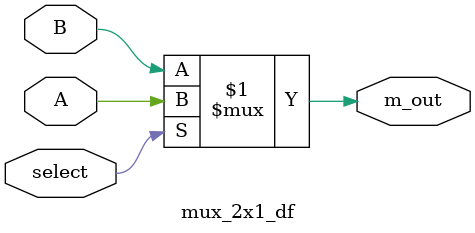
<source format=v>
module mux_2x1_df ( 
  output	m_out,
  input 	A, B,
  input	select
 );  
  assign m_out = (select)? A : B;
 endmodule

</source>
